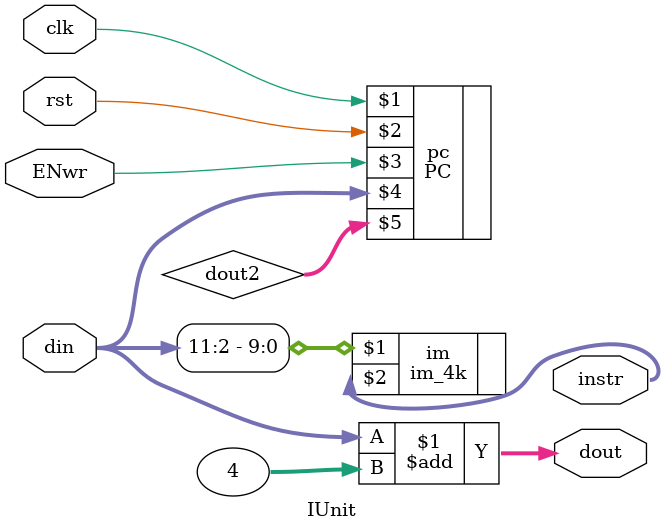
<source format=v>
module IF(clk,rst,ENwr,din,instr_branch,instr_jump,ctr_branch,jump,dout,instr,nextAddr);
input clk,rst,jump,ctr_branch,ENwr;
input[31:0] din,instr_branch,instr_jump;
output [31:0] dout,instr,nextAddr;
wire [31:0] instr_temp,dout2;
IUnit iunit(clk,rst,ENwr,din,dout,instr);	
assign dout2 = dout;
mux2 MUX_branch (dout2, instr_branch, ctr_branch, instr_temp);		
mux2 MUX_jump(instr_temp, instr_jump, jump, nextAddr);
endmodule

module IUnit(clk,rst,ENwr,din,dout,instr);

input clk,rst,ENwr;
input[31:0] din;
output [31:0] dout,instr;
wire [31:0] dout2;
PC pc(clk,rst,ENwr,din,dout2);
im_4k im(din[11:2],instr);
assign dout = din + 4;

endmodule

</source>
